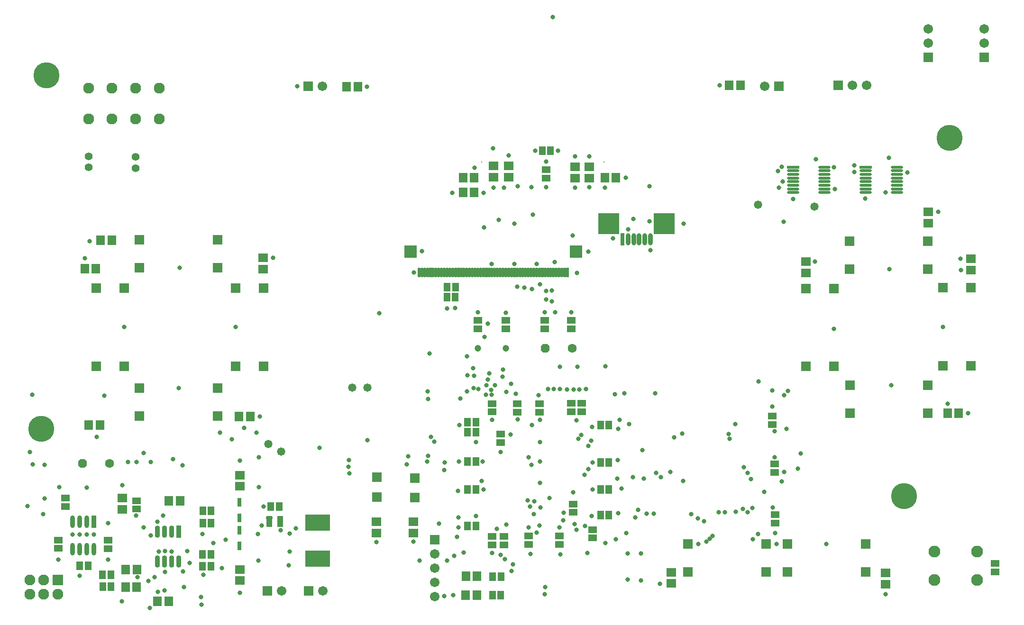
<source format=gts>
G04 Layer_Color=8388736*
%FSLAX25Y25*%
%MOIN*%
G70*
G01*
G75*
%ADD87O,0.03162X0.08674*%
%ADD88R,0.03162X0.08674*%
%ADD89R,0.14579X0.14579*%
%ADD90R,0.01981X0.07099*%
%ADD91O,0.01981X0.07099*%
%ADD92R,0.08674X0.08674*%
%ADD93R,0.05131X0.06312*%
%ADD94R,0.06312X0.05131*%
%ADD95R,0.06312X0.06706*%
%ADD96R,0.04343X0.02769*%
G04:AMPARAMS|DCode=97|XSize=43.43mil|YSize=27.69mil|CornerRadius=8.92mil|HoleSize=0mil|Usage=FLASHONLY|Rotation=0.000|XOffset=0mil|YOffset=0mil|HoleType=Round|Shape=RoundedRectangle|*
%AMROUNDEDRECTD97*
21,1,0.04343,0.00984,0,0,0.0*
21,1,0.02559,0.02769,0,0,0.0*
1,1,0.01784,0.01280,-0.00492*
1,1,0.01784,-0.01280,-0.00492*
1,1,0.01784,-0.01280,0.00492*
1,1,0.01784,0.01280,0.00492*
%
%ADD97ROUNDEDRECTD97*%
%ADD98R,0.06706X0.06312*%
%ADD99R,0.03162X0.06115*%
%ADD100R,0.06902X0.07099*%
%ADD101O,0.08674X0.01981*%
%ADD102R,0.08674X0.01981*%
%ADD103R,0.07099X0.06902*%
%ADD104R,0.06706X0.06706*%
%ADD105R,0.17532X0.11706*%
%ADD106O,0.03556X0.08674*%
%ADD107R,0.03556X0.08674*%
%ADD108O,0.03300X0.08800*%
%ADD109R,0.03300X0.08800*%
%ADD110C,0.18300*%
%ADD111R,0.07631X0.07631*%
%ADD112C,0.07631*%
%ADD113C,0.00800*%
%ADD114C,0.07700*%
%ADD115R,0.06706X0.06706*%
%ADD116C,0.06706*%
%ADD117C,0.04700*%
%ADD118C,0.08300*%
%ADD119R,0.06706X0.06706*%
%ADD120P,0.06832X8X22.5*%
%ADD121C,0.06312*%
%ADD122C,0.05524*%
%ADD123C,0.05800*%
%ADD124C,0.03300*%
D87*
X445685Y264228D02*
D03*
X441748D02*
D03*
X437811D02*
D03*
X433874D02*
D03*
X429937D02*
D03*
D88*
X426000D02*
D03*
D89*
X416354Y275055D02*
D03*
X455331D02*
D03*
D90*
X387331Y241000D02*
D03*
X369614D02*
D03*
X349929D02*
D03*
X330244D02*
D03*
X310559D02*
D03*
X290874D02*
D03*
D91*
X385362D02*
D03*
X383394D02*
D03*
X381425D02*
D03*
X379457D02*
D03*
X377488D02*
D03*
X375520D02*
D03*
X373551D02*
D03*
X371583D02*
D03*
X367646D02*
D03*
X365677D02*
D03*
X363709D02*
D03*
X361740D02*
D03*
X359772D02*
D03*
X357803D02*
D03*
X355835D02*
D03*
X353866D02*
D03*
X351898D02*
D03*
X347961D02*
D03*
X345992D02*
D03*
X344024D02*
D03*
X342055D02*
D03*
X340087D02*
D03*
X338118D02*
D03*
X336150D02*
D03*
X334181D02*
D03*
X332213D02*
D03*
X328276D02*
D03*
X326307D02*
D03*
X324339D02*
D03*
X322370D02*
D03*
X320402D02*
D03*
X318433D02*
D03*
X316465D02*
D03*
X314496D02*
D03*
X312528D02*
D03*
X308591D02*
D03*
X306622D02*
D03*
X304654D02*
D03*
X302685D02*
D03*
X300717D02*
D03*
X298748D02*
D03*
X296780D02*
D03*
X294811D02*
D03*
X292843D02*
D03*
X288906D02*
D03*
X286937D02*
D03*
X284969D02*
D03*
X283000D02*
D03*
D92*
X393433Y255567D02*
D03*
X276898D02*
D03*
D93*
X308553Y230500D02*
D03*
X302647D02*
D03*
X308453Y223600D02*
D03*
X302547D02*
D03*
X44447Y34700D02*
D03*
X50353D02*
D03*
X130947Y64700D02*
D03*
X136853D02*
D03*
X184753Y76100D02*
D03*
X178847D02*
D03*
X60547Y19859D02*
D03*
X66453D02*
D03*
X130647Y42600D02*
D03*
X136553D02*
D03*
X375453Y326700D02*
D03*
X369547D02*
D03*
X60447Y28059D02*
D03*
X66353D02*
D03*
X130647Y34200D02*
D03*
X136553D02*
D03*
X130947Y73100D02*
D03*
X136853D02*
D03*
X323053Y62500D02*
D03*
X317147D02*
D03*
X322953Y88100D02*
D03*
X317047D02*
D03*
X322953Y107800D02*
D03*
X317047D02*
D03*
X323053Y135700D02*
D03*
X317147D02*
D03*
X410547Y88100D02*
D03*
X416453D02*
D03*
X410547Y107200D02*
D03*
X416453D02*
D03*
X410547Y133400D02*
D03*
X416453D02*
D03*
X416453Y70300D02*
D03*
X410547D02*
D03*
X323053Y128500D02*
D03*
X317147D02*
D03*
X340753Y27000D02*
D03*
X334847D02*
D03*
X340453Y13900D02*
D03*
X334547D02*
D03*
D94*
X688000Y36053D02*
D03*
Y30147D02*
D03*
X64200Y52453D02*
D03*
Y46547D02*
D03*
X84200Y74447D02*
D03*
Y80353D02*
D03*
X372500Y313253D02*
D03*
Y307347D02*
D03*
X533500Y64547D02*
D03*
Y70453D02*
D03*
X390100Y207153D02*
D03*
Y201247D02*
D03*
X371500Y207153D02*
D03*
Y201247D02*
D03*
X34200Y76147D02*
D03*
Y82053D02*
D03*
X532900Y100247D02*
D03*
Y106153D02*
D03*
X344100Y207153D02*
D03*
Y201247D02*
D03*
X324400Y207153D02*
D03*
Y201247D02*
D03*
X334400Y55053D02*
D03*
Y49147D02*
D03*
X359900Y55453D02*
D03*
Y49547D02*
D03*
X381600Y55453D02*
D03*
Y49547D02*
D03*
X397400Y142847D02*
D03*
Y148753D02*
D03*
X390000Y142847D02*
D03*
Y148753D02*
D03*
X367800Y142647D02*
D03*
Y148553D02*
D03*
X352100Y142647D02*
D03*
Y148553D02*
D03*
X342700Y49247D02*
D03*
Y55153D02*
D03*
X391200Y77953D02*
D03*
Y72047D02*
D03*
X340400Y127253D02*
D03*
Y121347D02*
D03*
X405000Y59953D02*
D03*
Y54047D02*
D03*
X334400Y148653D02*
D03*
Y142747D02*
D03*
X29200Y52653D02*
D03*
Y46747D02*
D03*
X531500Y133947D02*
D03*
Y139853D02*
D03*
D95*
X421437Y307500D02*
D03*
X413563D02*
D03*
X99163Y9500D02*
D03*
X107037D02*
D03*
X114937Y80200D02*
D03*
X107063D02*
D03*
X84537Y31959D02*
D03*
X76663D02*
D03*
X84437Y19400D02*
D03*
X76563D02*
D03*
X508937Y372700D02*
D03*
X501063D02*
D03*
X232063Y371700D02*
D03*
X239937D02*
D03*
X156463Y139600D02*
D03*
X164337D02*
D03*
X66937Y263500D02*
D03*
X59063D02*
D03*
X654563Y142000D02*
D03*
X662437D02*
D03*
X321737Y307400D02*
D03*
X313863D02*
D03*
X50763Y133500D02*
D03*
X58637D02*
D03*
X55837Y243500D02*
D03*
X47963D02*
D03*
X321737Y297100D02*
D03*
X313863D02*
D03*
X315863Y27231D02*
D03*
X323737D02*
D03*
X315663Y13900D02*
D03*
X323537D02*
D03*
D96*
X185280Y63082D02*
D03*
Y65641D02*
D03*
Y68200D02*
D03*
X177800Y63082D02*
D03*
Y65641D02*
D03*
D97*
Y68200D02*
D03*
D98*
X74300Y82237D02*
D03*
Y74363D02*
D03*
X611000Y29437D02*
D03*
Y21563D02*
D03*
X460500Y29937D02*
D03*
Y22063D02*
D03*
X173500Y243263D02*
D03*
Y251137D02*
D03*
X555000Y240563D02*
D03*
Y248437D02*
D03*
X641000Y275563D02*
D03*
Y283437D02*
D03*
X671000Y242563D02*
D03*
Y250437D02*
D03*
X346000Y315837D02*
D03*
Y307963D02*
D03*
X335300Y315837D02*
D03*
Y307963D02*
D03*
X402800Y315137D02*
D03*
Y307263D02*
D03*
X392700Y315137D02*
D03*
Y307263D02*
D03*
X157000Y24063D02*
D03*
Y31937D02*
D03*
X156900Y90463D02*
D03*
Y98337D02*
D03*
X252900Y57563D02*
D03*
Y65437D02*
D03*
X279000Y57563D02*
D03*
Y65437D02*
D03*
D99*
X156600Y68088D02*
D03*
Y79112D02*
D03*
Y48388D02*
D03*
Y59412D02*
D03*
D100*
X141400Y139715D02*
D03*
Y159400D02*
D03*
X86479Y139715D02*
D03*
Y159400D02*
D03*
X596921Y30315D02*
D03*
Y50000D02*
D03*
X542000Y30315D02*
D03*
Y50000D02*
D03*
X526921Y30315D02*
D03*
Y50000D02*
D03*
X472000Y30315D02*
D03*
Y50000D02*
D03*
X585679Y262885D02*
D03*
Y243200D02*
D03*
X640600Y262885D02*
D03*
Y243200D02*
D03*
X86479Y263785D02*
D03*
Y244100D02*
D03*
X141400Y263785D02*
D03*
Y244100D02*
D03*
X640821Y141915D02*
D03*
Y161600D02*
D03*
X585900Y141915D02*
D03*
Y161600D02*
D03*
D101*
X619047Y297087D02*
D03*
Y299646D02*
D03*
Y302205D02*
D03*
Y304764D02*
D03*
Y307323D02*
D03*
Y309882D02*
D03*
Y312441D02*
D03*
Y315000D02*
D03*
X597000Y297087D02*
D03*
Y299646D02*
D03*
Y302205D02*
D03*
Y304764D02*
D03*
Y307323D02*
D03*
Y309882D02*
D03*
Y312441D02*
D03*
X568047Y297087D02*
D03*
Y299646D02*
D03*
Y302205D02*
D03*
Y304764D02*
D03*
Y307323D02*
D03*
Y309882D02*
D03*
Y312441D02*
D03*
Y315000D02*
D03*
X546000Y297087D02*
D03*
Y299646D02*
D03*
Y302205D02*
D03*
Y304764D02*
D03*
Y307323D02*
D03*
Y309882D02*
D03*
Y312441D02*
D03*
D102*
X597000Y315000D02*
D03*
X546000D02*
D03*
D103*
X555015Y174779D02*
D03*
X574700D02*
D03*
X555015Y229700D02*
D03*
X574700D02*
D03*
X56015Y174979D02*
D03*
X75700D02*
D03*
X56015Y229900D02*
D03*
X75700D02*
D03*
X671085Y230221D02*
D03*
X651400D02*
D03*
X671085Y175300D02*
D03*
X651400D02*
D03*
X173585Y229900D02*
D03*
X153900D02*
D03*
X173585Y174979D02*
D03*
X153900D02*
D03*
D104*
X253400Y96790D02*
D03*
Y83010D02*
D03*
X279900Y96290D02*
D03*
Y82510D02*
D03*
D105*
X211600Y39523D02*
D03*
Y64877D02*
D03*
D106*
X99100Y37440D02*
D03*
X104100D02*
D03*
X109100D02*
D03*
X114100D02*
D03*
X99100Y58700D02*
D03*
X104100D02*
D03*
X109100D02*
D03*
D107*
X114100D02*
D03*
D108*
X39300Y46200D02*
D03*
X44300D02*
D03*
X49300D02*
D03*
X54300D02*
D03*
X39300Y65700D02*
D03*
X44300D02*
D03*
X49300D02*
D03*
D109*
X54300D02*
D03*
D110*
X17500Y131000D02*
D03*
X656000Y335500D02*
D03*
X624000Y83500D02*
D03*
X21000Y379500D02*
D03*
D111*
X29000Y24500D02*
D03*
D112*
X19158D02*
D03*
X9315D02*
D03*
X29000Y14658D02*
D03*
X19158D02*
D03*
X9315D02*
D03*
D113*
X327021Y318450D02*
D03*
X413084D02*
D03*
D114*
X50600Y349000D02*
D03*
X67150D02*
D03*
X83690D02*
D03*
X100230D02*
D03*
Y370700D02*
D03*
X83690D02*
D03*
X67150D02*
D03*
X50600D02*
D03*
D115*
X641100Y392200D02*
D03*
X680200D02*
D03*
X293900Y53000D02*
D03*
D116*
X641100Y402200D02*
D03*
Y412200D02*
D03*
X680200Y402200D02*
D03*
Y412200D02*
D03*
X215000Y372000D02*
D03*
X526000D02*
D03*
X215300Y16800D02*
D03*
X293900Y43000D02*
D03*
Y33000D02*
D03*
Y23000D02*
D03*
Y13000D02*
D03*
X186200Y16800D02*
D03*
X597700Y372600D02*
D03*
X587700D02*
D03*
D117*
X344100Y187500D02*
D03*
X324415D02*
D03*
D118*
X645475Y44413D02*
D03*
Y24413D02*
D03*
X675475D02*
D03*
Y44413D02*
D03*
D119*
X205000Y372000D02*
D03*
X536000D02*
D03*
X205300Y16800D02*
D03*
X176200D02*
D03*
X577700Y372600D02*
D03*
D120*
X371594Y187700D02*
D03*
X46294Y106500D02*
D03*
D121*
X390806Y187700D02*
D03*
X65506Y106500D02*
D03*
D122*
X50800Y314800D02*
D03*
Y322674D02*
D03*
X83600Y314300D02*
D03*
Y322174D02*
D03*
D123*
X235900Y159900D02*
D03*
X246800D02*
D03*
X185900Y115000D02*
D03*
X177000Y120200D02*
D03*
X561100Y287100D02*
D03*
X521200Y288400D02*
D03*
D124*
X479300Y50000D02*
D03*
X534200D02*
D03*
X521300Y57000D02*
D03*
X517600Y53100D02*
D03*
X439000Y43300D02*
D03*
X533000Y111000D02*
D03*
X332500Y170000D02*
D03*
X359500Y80500D02*
D03*
X392500Y64000D02*
D03*
X285000Y256000D02*
D03*
X402067Y255567D02*
D03*
X391000Y267000D02*
D03*
X469055Y275055D02*
D03*
X533300Y57500D02*
D03*
X485000Y51400D02*
D03*
X393600Y60000D02*
D03*
X414000Y50500D02*
D03*
X384500Y66500D02*
D03*
X364000Y80000D02*
D03*
X363600Y70800D02*
D03*
X368000Y93000D02*
D03*
X362000Y105500D02*
D03*
X360000Y111000D02*
D03*
X368500Y75500D02*
D03*
X334500Y43500D02*
D03*
X483300Y65900D02*
D03*
X474300Y71000D02*
D03*
X479000Y67800D02*
D03*
X445600Y256700D02*
D03*
X419300Y264900D02*
D03*
X302547Y215553D02*
D03*
X308453Y215753D02*
D03*
X328800Y272600D02*
D03*
X279200Y241000D02*
D03*
X368000Y108000D02*
D03*
Y121500D02*
D03*
X362400Y133700D02*
D03*
X138500Y50500D02*
D03*
X156900Y108500D02*
D03*
X170500Y90000D02*
D03*
X172200Y62900D02*
D03*
X64200Y38800D02*
D03*
X9500Y114500D02*
D03*
X18800Y70800D02*
D03*
X11500Y106000D02*
D03*
X19653Y105653D02*
D03*
X89500Y114000D02*
D03*
X170500Y111000D02*
D03*
X494200Y372700D02*
D03*
X93800Y5000D02*
D03*
X84500Y107500D02*
D03*
X143100Y128200D02*
D03*
X168800D02*
D03*
X159900Y131400D02*
D03*
X151300Y123500D02*
D03*
X94300Y107600D02*
D03*
X116800Y105100D02*
D03*
X283300Y38200D02*
D03*
X84116Y69716D02*
D03*
X94200Y55800D02*
D03*
X246800Y122900D02*
D03*
X234000Y99400D02*
D03*
X433700Y278700D02*
D03*
X233500Y104300D02*
D03*
X110000Y109400D02*
D03*
X233600Y109000D02*
D03*
X54200Y56500D02*
D03*
X49300D02*
D03*
X44200D02*
D03*
X39300D02*
D03*
X74300Y91100D02*
D03*
X7800Y76700D02*
D03*
X49200Y89400D02*
D03*
X19653Y81853D02*
D03*
X344100Y212600D02*
D03*
X423000Y130900D02*
D03*
X428600Y57600D02*
D03*
X441141Y95941D02*
D03*
X453100Y96800D02*
D03*
X459600Y100400D02*
D03*
X311457Y133443D02*
D03*
X323153Y121553D02*
D03*
X327800Y107900D02*
D03*
X381600Y61600D02*
D03*
X340500Y114400D02*
D03*
X391300Y86200D02*
D03*
X405100Y88200D02*
D03*
X404900Y107300D02*
D03*
X393800Y137000D02*
D03*
X367900Y137300D02*
D03*
X352200Y137600D02*
D03*
X334500Y137300D02*
D03*
X613800Y243200D02*
D03*
X574700Y201300D02*
D03*
X614900Y161600D02*
D03*
X651400Y202400D02*
D03*
X75700Y202700D02*
D03*
X113900Y159400D02*
D03*
X153900Y202400D02*
D03*
X114600Y244100D02*
D03*
X51500Y263000D02*
D03*
X48000Y251000D02*
D03*
X170900Y139600D02*
D03*
X180363Y251137D02*
D03*
X561437Y248437D02*
D03*
X648063Y283437D02*
D03*
X531500Y146500D02*
D03*
X569500Y50000D02*
D03*
X611000Y14500D02*
D03*
X541500Y131000D02*
D03*
X511500Y104000D02*
D03*
X439900Y115900D02*
D03*
X549300Y102800D02*
D03*
X521700Y164300D02*
D03*
X246500Y371700D02*
D03*
X197400Y372000D02*
D03*
X654563Y148637D02*
D03*
X663563Y250437D02*
D03*
X574700Y315000D02*
D03*
X561900Y320400D02*
D03*
X664037Y242563D02*
D03*
X487200Y53500D02*
D03*
X346000Y323300D02*
D03*
X306300Y296900D02*
D03*
X352217Y301583D02*
D03*
X372296Y300796D02*
D03*
X364600Y326700D02*
D03*
X380600D02*
D03*
X372500Y319000D02*
D03*
X392700Y300600D02*
D03*
Y322500D02*
D03*
X402800Y322400D02*
D03*
Y300900D02*
D03*
X413563Y300537D02*
D03*
X428400Y307500D02*
D03*
X323053Y69453D02*
D03*
X335300Y300500D02*
D03*
X342600Y300600D02*
D03*
X328437Y296963D02*
D03*
X362900Y281400D02*
D03*
X362178Y300978D02*
D03*
X339100Y277900D02*
D03*
X349900Y275300D02*
D03*
X445100Y301700D02*
D03*
Y277000D02*
D03*
X377016Y420616D02*
D03*
X374800Y82162D02*
D03*
X359900Y61500D02*
D03*
X328300Y88200D02*
D03*
X311000Y107900D02*
D03*
X462200Y124900D02*
D03*
X427400Y156000D02*
D03*
X371500Y212800D02*
D03*
X390100Y212800D02*
D03*
X324400Y212800D02*
D03*
X252900Y51300D02*
D03*
X279000Y51400D02*
D03*
X401400Y43500D02*
D03*
X539200Y276600D02*
D03*
X394200Y174500D02*
D03*
X669000Y142000D02*
D03*
X11100Y154900D02*
D03*
X61800Y154100D02*
D03*
X56253Y125053D02*
D03*
X169600Y56800D02*
D03*
X169900Y38100D02*
D03*
X73900Y9400D02*
D03*
X104300Y44800D02*
D03*
X157000Y15700D02*
D03*
X173600Y76100D02*
D03*
X144500Y32800D02*
D03*
X146900Y52947D02*
D03*
X192000Y57300D02*
D03*
X99100Y65600D02*
D03*
X452400Y21800D02*
D03*
X422300Y95800D02*
D03*
X439000Y24200D02*
D03*
X402100Y102500D02*
D03*
X371600Y19700D02*
D03*
X429800Y43100D02*
D03*
X104000Y17300D02*
D03*
X307000Y13900D02*
D03*
X130100Y7300D02*
D03*
X117700Y19700D02*
D03*
X97000Y26500D02*
D03*
X300700Y13100D02*
D03*
X129800Y12500D02*
D03*
X99200Y16200D02*
D03*
X212900Y117600D02*
D03*
X626300Y311300D02*
D03*
X192182Y44382D02*
D03*
X404200Y69600D02*
D03*
X545900Y292600D02*
D03*
X321900Y314400D02*
D03*
X588872Y311573D02*
D03*
X535300Y312200D02*
D03*
X429800Y24900D02*
D03*
X399550Y62650D02*
D03*
X489500Y55500D02*
D03*
X435100Y68600D02*
D03*
X447900Y71300D02*
D03*
X442900D02*
D03*
X425400Y88900D02*
D03*
X468645Y94245D02*
D03*
X433500Y96800D02*
D03*
X422600Y108800D02*
D03*
X468100Y127600D02*
D03*
X500700Y127100D02*
D03*
X501400Y123900D02*
D03*
X532900Y129200D02*
D03*
X551300Y113600D02*
D03*
X525600Y86600D02*
D03*
X448900Y155800D02*
D03*
X420700Y155300D02*
D03*
X351000Y155700D02*
D03*
X310800Y61400D02*
D03*
X100100Y44600D02*
D03*
X104400Y30200D02*
D03*
X117100Y30500D02*
D03*
X185700Y59400D02*
D03*
X196300Y60800D02*
D03*
X366900Y154600D02*
D03*
X400500Y158900D02*
D03*
X382100Y174600D02*
D03*
X348900Y35700D02*
D03*
X348000Y30900D02*
D03*
X340500Y42300D02*
D03*
X343300Y39100D02*
D03*
X361200Y43000D02*
D03*
X539800Y154600D02*
D03*
X531500Y157900D02*
D03*
X542500Y157400D02*
D03*
X493600Y72100D02*
D03*
X498000D02*
D03*
X436900Y74000D02*
D03*
X382400Y42500D02*
D03*
X538000Y315200D02*
D03*
X538600Y305000D02*
D03*
X575400Y299400D02*
D03*
X596700Y292900D02*
D03*
X610900Y297200D02*
D03*
X404800Y132100D02*
D03*
X531800Y75700D02*
D03*
X44500Y27700D02*
D03*
X191500Y35000D02*
D03*
X505300Y134300D02*
D03*
X423000Y71400D02*
D03*
X613500Y321500D02*
D03*
X109000Y44500D02*
D03*
X535900Y300700D02*
D03*
X510800Y74500D02*
D03*
X516300Y95700D02*
D03*
X514100Y72300D02*
D03*
X505700Y72600D02*
D03*
X395600Y158700D02*
D03*
X391700Y158600D02*
D03*
X387100Y158700D02*
D03*
X517200Y75100D02*
D03*
X514100Y99800D02*
D03*
X330400Y161400D02*
D03*
X333800Y158100D02*
D03*
X449800Y99900D02*
D03*
X589000Y316100D02*
D03*
X399200Y98600D02*
D03*
X371400Y14500D02*
D03*
X92700Y24000D02*
D03*
X84900Y26400D02*
D03*
X337800Y60500D02*
D03*
X103100Y69900D02*
D03*
X537900Y93800D02*
D03*
X539700Y100600D02*
D03*
X384600Y71800D02*
D03*
X120047Y44953D02*
D03*
X131500Y28300D02*
D03*
X130600Y57000D02*
D03*
X429937Y271163D02*
D03*
X329100Y195400D02*
D03*
X365800Y57900D02*
D03*
X347300Y126900D02*
D03*
X347700Y162400D02*
D03*
X334181Y246981D02*
D03*
X349929Y246771D02*
D03*
X365677Y246723D02*
D03*
X342100Y172600D02*
D03*
X344300Y156900D02*
D03*
X341600Y167700D02*
D03*
X360956Y76256D02*
D03*
X367700Y62900D02*
D03*
X331500Y205000D02*
D03*
X344500Y63500D02*
D03*
X394900Y124000D02*
D03*
X401900Y118900D02*
D03*
X404000Y122500D02*
D03*
X397000Y126500D02*
D03*
X373600Y158900D02*
D03*
X377700Y158800D02*
D03*
X382100D02*
D03*
X302800Y38200D02*
D03*
X314400Y43800D02*
D03*
X307800Y41700D02*
D03*
X327100Y94300D02*
D03*
X297000Y64205D02*
D03*
X430600Y134100D02*
D03*
X351898Y230902D02*
D03*
X311900Y152300D02*
D03*
X310600Y68500D02*
D03*
X310400Y87300D02*
D03*
X301100Y107200D02*
D03*
X300700Y101800D02*
D03*
X293600Y121900D02*
D03*
X274300Y106000D02*
D03*
X275200Y111700D02*
D03*
X289200Y111800D02*
D03*
X288700Y107800D02*
D03*
X289500Y152000D02*
D03*
X288900Y157100D02*
D03*
X357100Y230300D02*
D03*
X378700Y213000D02*
D03*
X376400Y220500D02*
D03*
Y228300D02*
D03*
X368100Y232500D02*
D03*
X372300Y227800D02*
D03*
Y221900D02*
D03*
X362400Y229300D02*
D03*
X414100Y174800D02*
D03*
X423900Y137200D02*
D03*
X330000Y154800D02*
D03*
X334000Y154900D02*
D03*
X321100Y173400D02*
D03*
X316900Y168400D02*
D03*
X316800Y157200D02*
D03*
X321600Y168300D02*
D03*
X321400Y159400D02*
D03*
X324600Y158800D02*
D03*
X290300Y184000D02*
D03*
X255100Y212200D02*
D03*
X316700Y182000D02*
D03*
X30100Y89800D02*
D03*
X64200Y64600D02*
D03*
X78300Y107500D02*
D03*
X121800Y36600D02*
D03*
X394000Y240600D02*
D03*
X378300Y248100D02*
D03*
X291200Y125300D02*
D03*
X336200Y161400D02*
D03*
X331400Y165400D02*
D03*
X29200Y39000D02*
D03*
X89500Y61600D02*
D03*
X334900Y328300D02*
D03*
X309800Y54800D02*
D03*
X421500Y53100D02*
D03*
M02*

</source>
